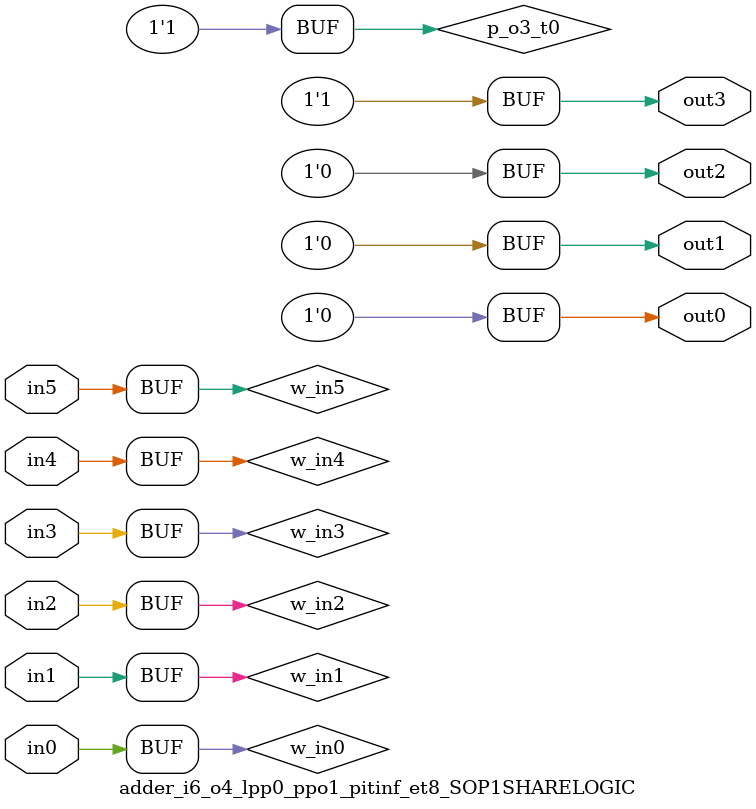
<source format=v>
module adder_i6_o4_lpp0_ppo1_pitinf_et8_SOP1SHARELOGIC (in0, in1, in2, in3, in4, in5, out0, out1, out2, out3);
// declaring inputs
input in0,  in1,  in2,  in3,  in4,  in5;
// declaring outputs
output out0,  out1,  out2,  out3;
// JSON model input
wire w_in5, w_in4, w_in3, w_in2, w_in1, w_in0;
// JSON model output
wire w_g28, w_g36, w_g43, w_g46;
//json model
wire p_o0_t0, p_o1_t0, p_o2_t0, p_o3_t0;
// JSON model input assign
assign w_in5 = in5;
assign w_in4 = in4;
assign w_in3 = in3;
assign w_in2 = in2;
assign w_in1 = in1;
assign w_in0 = in0;
//json model assigns (approximated/XPATed part)
assign out0 = 0;
assign out1 = 0;
assign out2 = 0;
assign p_o3_t0 = 1;
assign out3 = p_o3_t0;
endmodule
</source>
